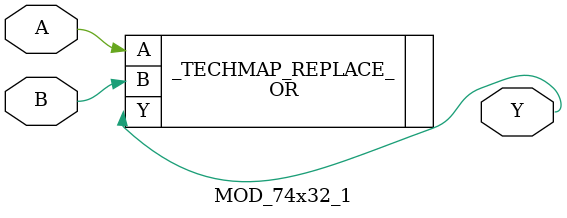
<source format=v>
module MOD_74x32_1 (A, B, Y);

parameter A_SIGNED = 0;
parameter B_SIGNED = 0;
parameter A_WIDTH = 0;
parameter B_WIDTH = 0;
parameter Y_WIDTH = 0;

input A;
input B;
output Y;

OR _TECHMAP_REPLACE_(.A(A), .B(B), .Y(Y));

endmodule
</source>
